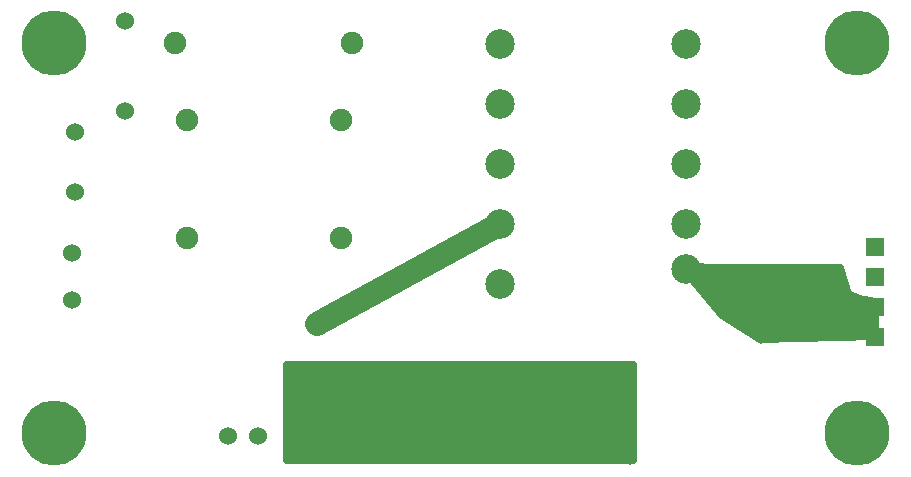
<source format=gbr>
%FSLAX35Y35*%
%MOIN*%
G04 EasyPC Gerber Version 18.0.9 Build 3640 *
%ADD15R,0.06000X0.06000*%
%ADD71C,0.01000*%
%ADD10C,0.02500*%
%ADD70C,0.03200*%
%ADD21C,0.03937*%
%ADD20C,0.05906*%
%ADD17C,0.06000*%
%ADD16C,0.06000*%
%ADD18C,0.07480*%
%ADD14C,0.07500*%
%ADD13C,0.07500*%
%ADD19C,0.07874*%
%ADD12C,0.09843*%
%ADD11C,0.21654*%
X0Y0D02*
D02*
D10*
X93754Y38636D02*
X208911D01*
Y7140*
X93754*
Y38636*
G36*
X208911*
Y7140*
X93754*
Y38636*
G37*
X225644Y71116D02*
X277809D01*
X280762Y62258*
X289620Y58321*
Y48478*
X251234Y47494*
X238439Y55368*
X225644Y71116*
G36*
X277809*
X280762Y62258*
X289620Y58321*
Y48478*
X251234Y47494*
X238439Y55368*
X225644Y71116*
G37*
D02*
D11*
X15998Y15998D03*
Y145919D03*
X283715Y15998D03*
Y145919D03*
D02*
D12*
X164596Y65715D03*
Y85715D03*
Y105715D03*
Y125715D03*
Y145715D03*
X226596Y70715D03*
Y85715D03*
Y105715D03*
Y125715D03*
Y145715D03*
D02*
D13*
X103596Y52415D03*
D02*
D14*
Y32415D03*
D02*
D15*
X289620Y48006D03*
Y58006D03*
Y68006D03*
Y78006D03*
D02*
D16*
X22888Y96392D03*
Y116392D03*
X39620Y123281D03*
Y153281D03*
X73911Y15014D03*
X83911D03*
D02*
D17*
X21904Y60289D03*
Y76037D03*
D02*
D18*
X56352Y145919D03*
X60289Y80959D03*
Y120329D03*
X111470Y80959D03*
Y120329D03*
X115407Y145919D03*
D02*
D19*
X103596Y52415D02*
X164596Y85715D01*
D02*
D70*
X159699Y21904D03*
Y25841D03*
X184305Y16982D03*
X188242D03*
X192179D03*
X207927Y7140D03*
X251628Y47494D03*
X277809Y69148D03*
D02*
D71*
X251628Y47494D02*
X251526Y65687D01*
X289620Y58006D02*
Y48006D01*
D02*
D20*
X251526Y65687D02*
X226596Y70715D01*
X278774Y60193D02*
X251526Y65687D01*
X289620Y58006D02*
X278774Y60193D01*
D02*
D21*
X277809Y69148D02*
X278774Y60193D01*
X0Y0D02*
M02*

</source>
